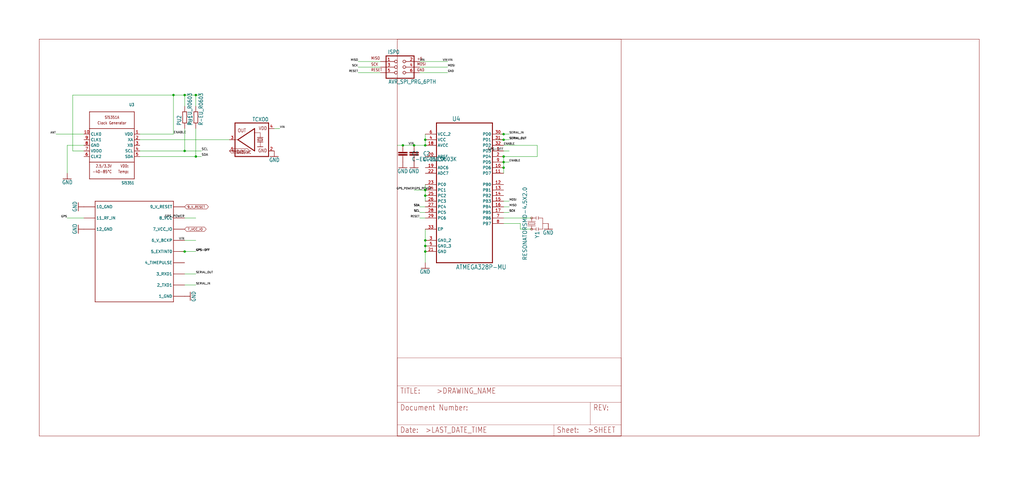
<source format=kicad_sch>
(kicad_sch (version 20211123) (generator eeschema)
  (paper "User" 464.82 218.491)
  (lib_symbols
    (symbol "ict_v361-xs-eagle-import:ATMEGA328P-MU"
      (property "Reference" "U" (at -5.6134 28.6766 0))
      (property "Value" "ATMEGA328P-MU" (at -3.9116 -38.6842 0))
      (symbol "ATMEGA328P-MU_1_0"
        (polyline (pts (xy -12.7 -35.56) (xy 12.7 -35.56)) (stroke (width 0.4064)))
        (polyline (pts (xy -12.7 27.94) (xy -12.7 -35.56)) (stroke (width 0.4064)))
        (polyline (pts (xy 12.7 -35.56) (xy 12.7 27.94)) (stroke (width 0.4064)))
        (polyline (pts (xy 12.7 27.94) (xy -12.7 27.94)) (stroke (width 0.4064)))
        (pin bidirectional line (at 17.78 15.24 180) (length 5.08) (name "PD3") (number "1"))
        (pin bidirectional line (at 17.78 7.62 180) (length 5.08) (name "PD6") (number "10"))
        (pin bidirectional line (at 17.78 5.08 180) (length 5.08) (name "PD7") (number "11"))
        (pin bidirectional line (at 17.78 0 180) (length 5.08) (name "PB0") (number "12"))
        (pin bidirectional line (at 17.78 -2.54 180) (length 5.08) (name "PB1") (number "13"))
        (pin bidirectional line (at 17.78 -5.08 180) (length 5.08) (name "PB2") (number "14"))
        (pin bidirectional line (at 17.78 -7.62 180) (length 5.08) (name "PB3") (number "15"))
        (pin bidirectional line (at 17.78 -10.16 180) (length 5.08) (name "PB4") (number "16"))
        (pin bidirectional line (at 17.78 -12.7 180) (length 5.08) (name "PB5") (number "17"))
        (pin power_in line (at -17.78 17.78 0) (length 5.08) (name "AVCC") (number "18"))
        (pin input line (at -17.78 7.62 0) (length 5.08) (name "ADC6") (number "19"))
        (pin bidirectional line (at 17.78 12.7 180) (length 5.08) (name "PD4") (number "2"))
        (pin input line (at -17.78 12.7 0) (length 5.08) (name "AREF") (number "20"))
        (pin passive line (at -17.78 -30.48 0) (length 5.08) (name "GND") (number "21"))
        (pin input line (at -17.78 5.08 0) (length 5.08) (name "ADC7") (number "22"))
        (pin bidirectional line (at -17.78 0 0) (length 5.08) (name "PC0") (number "23"))
        (pin bidirectional line (at -17.78 -2.54 0) (length 5.08) (name "PC1") (number "24"))
        (pin bidirectional line (at -17.78 -5.08 0) (length 5.08) (name "PC2") (number "25"))
        (pin bidirectional line (at -17.78 -7.62 0) (length 5.08) (name "PC3") (number "26"))
        (pin bidirectional line (at -17.78 -10.16 0) (length 5.08) (name "PC4") (number "27"))
        (pin bidirectional line (at -17.78 -12.7 0) (length 5.08) (name "PC5") (number "28"))
        (pin bidirectional line (at -17.78 -15.24 0) (length 5.08) (name "PC6") (number "29"))
        (pin passive line (at -17.78 -25.4 0) (length 5.08) (name "GND_2") (number "3"))
        (pin bidirectional line (at 17.78 22.86 180) (length 5.08) (name "PD0") (number "30"))
        (pin bidirectional line (at 17.78 20.32 180) (length 5.08) (name "PD1") (number "31"))
        (pin bidirectional line (at 17.78 17.78 180) (length 5.08) (name "PD2") (number "32"))
        (pin passive line (at -17.78 -20.32 0) (length 5.08) (name "EP") (number "33"))
        (pin power_in line (at -17.78 20.32 0) (length 5.08) (name "VCC") (number "4"))
        (pin passive line (at -17.78 -27.94 0) (length 5.08) (name "GND_3") (number "5"))
        (pin power_in line (at -17.78 22.86 0) (length 5.08) (name "VCC_2") (number "6"))
        (pin bidirectional line (at 17.78 -15.24 180) (length 5.08) (name "PB6") (number "7"))
        (pin bidirectional line (at 17.78 -17.78 180) (length 5.08) (name "PB7") (number "8"))
        (pin bidirectional line (at 17.78 10.16 180) (length 5.08) (name "PD5") (number "9"))
      )
    )
    (symbol "ict_v361-xs-eagle-import:AVR_SPI_PRG_6PTH"
      (property "Reference" "J" (at -4.318 5.842 0))
      (property "Value" "AVR_SPI_PRG_6PTH" (at -4.064 -7.62 0))
      (symbol "AVR_SPI_PRG_6PTH_1_0"
        (polyline (pts (xy -5.08 -5.08) (xy 7.62 -5.08)) (stroke (width 0.4064)))
        (polyline (pts (xy -5.08 5.08) (xy -5.08 -5.08)) (stroke (width 0.4064)))
        (polyline (pts (xy 7.62 -5.08) (xy 7.62 5.08)) (stroke (width 0.4064)))
        (polyline (pts (xy 7.62 5.08) (xy -5.08 5.08)) (stroke (width 0.4064)))
        (text "+5" (at 8.89 3.048 0) (effects (font (size 1.27 1.0795)) (justify left bottom)))
        (text "GND" (at 8.89 -2.032 0) (effects (font (size 1.27 1.0795)) (justify left bottom)))
        (text "MISO" (at -11.938 3.302 0) (effects (font (size 1.27 1.0795)) (justify left bottom)))
        (text "MOSI" (at 8.89 0.635 0) (effects (font (size 1.27 1.0795)) (justify left bottom)))
        (text "RESET" (at -11.938 -2.032 0) (effects (font (size 1.27 1.0795)) (justify left bottom)))
        (text "SCK" (at -11.938 0.508 0) (effects (font (size 1.27 1.0795)) (justify left bottom)))
        (pin passive inverted (at -7.62 2.54 0) (length 7.62) (name "1") (number "1"))
        (pin passive inverted (at 10.16 2.54 180) (length 7.62) (name "2") (number "2"))
        (pin passive inverted (at -7.62 0 0) (length 7.62) (name "3") (number "3"))
        (pin passive inverted (at 10.16 0 180) (length 7.62) (name "4") (number "4"))
        (pin passive inverted (at -7.62 -2.54 0) (length 7.62) (name "5") (number "5"))
        (pin passive inverted (at 10.16 -2.54 180) (length 7.62) (name "6") (number "6"))
      )
    )
    (symbol "ict_v361-xs-eagle-import:C-EUC0603K"
      (property "Reference" "C" (at 1.524 0.381 0))
      (property "Value" "C-EUC0603K" (at 1.524 -4.699 0))
      (symbol "C-EUC0603K_1_0"
        (rectangle (start -2.032 -2.032) (end 2.032 -1.524) (fill (type outline)))
        (rectangle (start -2.032 -1.016) (end 2.032 -0.508) (fill (type outline)))
        (polyline (pts (xy 0 -2.54) (xy 0 -2.032)) (stroke (width 0.1524)))
        (polyline (pts (xy 0 0) (xy 0 -0.508)) (stroke (width 0.1524)))
        (pin passive line (at 0 2.54 270) (length 2.54) (name "1") (number "1"))
        (pin passive line (at 0 -5.08 90) (length 2.54) (name "2") (number "2"))
      )
    )
    (symbol "ict_v361-xs-eagle-import:DINA4_L"
      (symbol "DINA4_L_0_0"
        (polyline (pts (xy 0 0) (xy 264.16 0) (xy 264.16 180.34) (xy 0 180.34) (xy 0 0)))
      )
      (symbol "DINA4_L_2_0"
        (polyline (pts (xy 0 0) (xy 0 5.08)) (stroke (width 0.1016)))
        (polyline (pts (xy 0 0) (xy 71.12 0)) (stroke (width 0.1016)))
        (polyline (pts (xy 0 5.08) (xy 0 15.24)) (stroke (width 0.1016)))
        (polyline (pts (xy 0 5.08) (xy 71.12 5.08)) (stroke (width 0.1016)))
        (polyline (pts (xy 0 15.24) (xy 0 22.86)) (stroke (width 0.1016)))
        (polyline (pts (xy 0 22.86) (xy 0 35.56)) (stroke (width 0.1016)))
        (polyline (pts (xy 0 22.86) (xy 101.6 22.86)) (stroke (width 0.1016)))
        (polyline (pts (xy 71.12 0) (xy 101.6 0)) (stroke (width 0.1016)))
        (polyline (pts (xy 71.12 5.08) (xy 71.12 0)) (stroke (width 0.1016)))
        (polyline (pts (xy 71.12 5.08) (xy 87.63 5.08)) (stroke (width 0.1016)))
        (polyline (pts (xy 87.63 5.08) (xy 101.6 5.08)) (stroke (width 0.1016)))
        (polyline (pts (xy 87.63 15.24) (xy 0 15.24)) (stroke (width 0.1016)))
        (polyline (pts (xy 87.63 15.24) (xy 87.63 5.08)) (stroke (width 0.1016)))
        (polyline (pts (xy 101.6 5.08) (xy 101.6 0)) (stroke (width 0.1016)))
        (polyline (pts (xy 101.6 15.24) (xy 87.63 15.24)) (stroke (width 0.1016)))
        (polyline (pts (xy 101.6 15.24) (xy 101.6 5.08)) (stroke (width 0.1016)))
        (polyline (pts (xy 101.6 22.86) (xy 101.6 15.24)) (stroke (width 0.1016)))
        (polyline (pts (xy 101.6 35.56) (xy 0 35.56)) (stroke (width 0.1016)))
        (polyline (pts (xy 101.6 35.56) (xy 101.6 22.86)) (stroke (width 0.1016)))
        (text ">DRAWING_NAME" (at 17.78 19.05 0) (effects (font (size 2.54 2.159)) (justify left bottom)))
        (text ">LAST_DATE_TIME" (at 12.7 1.27 0) (effects (font (size 2.54 2.159)) (justify left bottom)))
        (text ">SHEET" (at 86.36 1.27 0) (effects (font (size 2.54 2.159)) (justify left bottom)))
        (text "Date:" (at 1.27 1.27 0) (effects (font (size 2.54 2.159)) (justify left bottom)))
        (text "Document Number:" (at 1.27 11.43 0) (effects (font (size 2.54 2.159)) (justify left bottom)))
        (text "REV:" (at 88.9 11.43 0) (effects (font (size 2.54 2.159)) (justify left bottom)))
        (text "Sheet:" (at 72.39 1.27 0) (effects (font (size 2.54 2.159)) (justify left bottom)))
        (text "TITLE:" (at 1.27 19.05 0) (effects (font (size 2.54 2.159)) (justify left bottom)))
      )
    )
    (symbol "ict_v361-xs-eagle-import:GND" (power)
      (property "Value" "GND" (at -2.54 -2.54 0))
      (symbol "GND_1_0"
        (polyline (pts (xy -1.905 0) (xy 1.905 0)) (stroke (width 0.254)))
        (pin power_in line (at 0 2.54 270) (length 2.54) (name "GND") (number "1"))
      )
    )
    (symbol "ict_v361-xs-eagle-import:KXO-TCXO-CMOS-84"
      (property "Reference" "Q" (at -7.62 8.255 0))
      (symbol "KXO-TCXO-CMOS-84_1_0"
        (polyline (pts (xy -7.62 7.62) (xy -7.62 -7.62)) (stroke (width 0.4064)))
        (polyline (pts (xy -7.62 7.62) (xy 7.62 7.62)) (stroke (width 0.4064)))
        (polyline (pts (xy -5.08 -3.175) (xy -2.54 -3.175)) (stroke (width 0.254)))
        (polyline (pts (xy -5.08 -1.016) (xy -3.81 -1.016)) (stroke (width 0.254)))
        (polyline (pts (xy -5.08 1.016) (xy -2.54 1.016)) (stroke (width 0.254)))
        (polyline (pts (xy -4.826 -0.381) (xy -4.826 0.381)) (stroke (width 0.254)))
        (polyline (pts (xy -4.826 -0.381) (xy -2.794 -0.381)) (stroke (width 0.254)))
        (polyline (pts (xy -4.826 0.381) (xy -2.794 0.381)) (stroke (width 0.254)))
        (polyline (pts (xy -3.81 -3.175) (xy -3.81 -1.016)) (stroke (width 0.1524)))
        (polyline (pts (xy -3.81 -1.016) (xy -2.54 -1.016)) (stroke (width 0.254)))
        (polyline (pts (xy -3.81 1.016) (xy -3.81 3.175)) (stroke (width 0.1524)))
        (polyline (pts (xy -3.81 3.175) (xy -1.27 3.175)) (stroke (width 0.1524)))
        (polyline (pts (xy -2.794 0.381) (xy -2.794 -0.381)) (stroke (width 0.254)))
        (polyline (pts (xy -1.27 -5.08) (xy -1.27 3.175)) (stroke (width 0.4064)))
        (polyline (pts (xy -1.27 3.175) (xy -1.27 5.08)) (stroke (width 0.4064)))
        (polyline (pts (xy -1.27 5.08) (xy 6.35 0)) (stroke (width 0.4064)))
        (polyline (pts (xy 6.35 0) (xy -1.27 -5.08)) (stroke (width 0.4064)))
        (polyline (pts (xy 6.35 0) (xy 7.62 0)) (stroke (width 0.1524)))
        (polyline (pts (xy 7.62 -7.62) (xy -7.62 -7.62)) (stroke (width 0.4064)))
        (polyline (pts (xy 7.62 -7.62) (xy 7.62 0)) (stroke (width 0.4064)))
        (polyline (pts (xy 7.62 0) (xy 7.62 7.62)) (stroke (width 0.4064)))
        (text "GND" (at -6.985 -5.842 0) (effects (font (size 1.524 1.2954)) (justify left bottom)))
        (text "GND/NC" (at 6.985 -4.953 0) (effects (font (size 1.27 1.0795)) (justify right top)))
        (text "OUT" (at 2.54 3.302 0) (effects (font (size 1.524 1.2954)) (justify left bottom)))
        (text "VDD" (at -6.985 4.318 0) (effects (font (size 1.524 1.2954)) (justify left bottom)))
        (pin power_in line (at 10.16 -5.08 180) (length 2.54) (name "GND/NC") (number "1"))
        (pin power_in line (at -10.16 -5.08 0) (length 2.54) (name "GND") (number "2"))
        (pin output line (at 10.16 0 180) (length 2.54) (name "OUT") (number "3"))
        (pin power_in line (at -10.16 5.08 0) (length 2.54) (name "VDD") (number "4"))
      )
    )
    (symbol "ict_v361-xs-eagle-import:R-EU_R0603"
      (property "Reference" "R" (at -3.81 1.4986 0))
      (property "Value" "R-EU_R0603" (at -3.81 -3.302 0))
      (symbol "R-EU_R0603_1_0"
        (polyline (pts (xy -2.54 -0.889) (xy -2.54 0.889)) (stroke (width 0.254)))
        (polyline (pts (xy -2.54 -0.889) (xy 2.54 -0.889)) (stroke (width 0.254)))
        (polyline (pts (xy 2.54 -0.889) (xy 2.54 0.889)) (stroke (width 0.254)))
        (polyline (pts (xy 2.54 0.889) (xy -2.54 0.889)) (stroke (width 0.254)))
        (pin passive line (at -5.08 0 0) (length 2.54) (name "1") (number "1"))
        (pin passive line (at 5.08 0 180) (length 2.54) (name "2") (number "2"))
      )
    )
    (symbol "ict_v361-xs-eagle-import:RESONATORSMD-4.5X2.0"
      (property "Reference" "Y" (at -3.302 -2.54 0))
      (property "Value" "RESONATORSMD-4.5X2.0" (at 0 2.032 0))
      (symbol "RESONATORSMD-4.5X2.0_1_0"
        (circle (center -2.54 0) (radius 0.508))
        (polyline (pts (xy -2.54 -3.048) (xy -3.302 -3.048)) (stroke (width 0.1524)))
        (polyline (pts (xy -2.54 -3.048) (xy -2.54 -5.08)) (stroke (width 0.1524)))
        (polyline (pts (xy -2.54 -2.032) (xy -3.302 -2.032)) (stroke (width 0.1524)))
        (polyline (pts (xy -2.54 -2.032) (xy -2.54 0)) (stroke (width 0.1524)))
        (polyline (pts (xy -2.54 0) (xy -1.016 0)) (stroke (width 0.1524)))
        (polyline (pts (xy -1.778 -3.048) (xy -2.54 -3.048)) (stroke (width 0.1524)))
        (polyline (pts (xy -1.778 -2.032) (xy -2.54 -2.032)) (stroke (width 0.1524)))
        (polyline (pts (xy -1.016 0) (xy -1.016 -1.778)) (stroke (width 0.1524)))
        (polyline (pts (xy -1.016 1.778) (xy -1.016 0)) (stroke (width 0.1524)))
        (polyline (pts (xy -0.381 -1.524) (xy 0.381 -1.524)) (stroke (width 0.1524)))
        (polyline (pts (xy -0.381 1.524) (xy -0.381 -1.524)) (stroke (width 0.1524)))
        (polyline (pts (xy 0 -5.08) (xy -2.54 -5.08)) (stroke (width 0.1524)))
        (polyline (pts (xy 0 -5.08) (xy 0 -7.62)) (stroke (width 0.1524)))
        (polyline (pts (xy 0.381 -1.524) (xy 0.381 1.524)) (stroke (width 0.1524)))
        (polyline (pts (xy 0.381 1.524) (xy -0.381 1.524)) (stroke (width 0.1524)))
        (polyline (pts (xy 1.016 0) (xy 1.016 -1.778)) (stroke (width 0.1524)))
        (polyline (pts (xy 1.016 0) (xy 2.54 0)) (stroke (width 0.1524)))
        (polyline (pts (xy 1.016 1.778) (xy 1.016 0)) (stroke (width 0.1524)))
        (polyline (pts (xy 2.54 -5.08) (xy 0 -5.08)) (stroke (width 0.1524)))
        (polyline (pts (xy 2.54 -3.048) (xy 1.778 -3.048)) (stroke (width 0.1524)))
        (polyline (pts (xy 2.54 -3.048) (xy 2.54 -5.08)) (stroke (width 0.1524)))
        (polyline (pts (xy 2.54 -2.032) (xy 1.778 -2.032)) (stroke (width 0.1524)))
        (polyline (pts (xy 2.54 0) (xy 2.54 -2.032)) (stroke (width 0.1524)))
        (polyline (pts (xy 3.302 -3.048) (xy 2.54 -3.048)) (stroke (width 0.1524)))
        (polyline (pts (xy 3.302 -2.032) (xy 2.54 -2.032)) (stroke (width 0.1524)))
        (circle (center 2.54 0) (radius 0.508))
        (pin passive line (at -2.54 0 0) (length 0) (name "1") (number "1"))
        (pin passive line (at 0 -7.62 90) (length 0) (name "2") (number "2"))
        (pin passive line (at 2.54 0 180) (length 0) (name "3") (number "3"))
      )
    )
    (symbol "ict_v361-xs-eagle-import:SI5351A"
      (property "Reference" "U" (at -10.16 17.78 0))
      (property "Value" "SI5351A" (at -10.16 -17.78 0))
      (symbol "SI5351A_1_0"
        (polyline (pts (xy -10.16 -15.24) (xy 10.16 -15.24)) (stroke (width 0.254)))
        (polyline (pts (xy -10.16 -7.62) (xy -10.16 -15.24)) (stroke (width 0.254)))
        (polyline (pts (xy -10.16 -7.62) (xy -10.16 7.62)) (stroke (width 0.254)))
        (polyline (pts (xy -10.16 7.62) (xy -10.16 15.24)) (stroke (width 0.254)))
        (polyline (pts (xy -10.16 7.62) (xy 10.16 7.62)) (stroke (width 0.254)))
        (polyline (pts (xy -10.16 15.24) (xy 10.16 15.24)) (stroke (width 0.254)))
        (polyline (pts (xy 10.16 -15.24) (xy 10.16 -7.62)) (stroke (width 0.254)))
        (polyline (pts (xy 10.16 -7.62) (xy -10.16 -7.62)) (stroke (width 0.254)))
        (polyline (pts (xy 10.16 7.62) (xy 10.16 -7.62)) (stroke (width 0.254)))
        (polyline (pts (xy 10.16 15.24) (xy 10.16 7.62)) (stroke (width 0.254)))
        (text "-40-85°C" (at 0 -12.7 0) (effects (font (size 1.27 1.0795)) (justify left bottom)))
        (text "2.5/3.3V" (at 0 -10.16 0) (effects (font (size 1.27 1.0795)) (justify left bottom)))
        (text "Clock Generator" (at 0 10.16 0) (effects (font (size 1.27 1.0795))))
        (text "Si5351A" (at 0 12.7 0) (effects (font (size 1.27 1.0795))))
        (text "Temp:" (at -7.62 -12.7 0) (effects (font (size 1.27 1.0795)) (justify left bottom)))
        (text "VDD:" (at -7.62 -10.16 0) (effects (font (size 1.27 1.0795)) (justify left bottom)))
        (pin power_in line (at -12.7 5.08 0) (length 2.54) (name "VDD") (number "1"))
        (pin output line (at 12.7 5.08 180) (length 2.54) (name "CLK0") (number "10"))
        (pin input line (at -12.7 2.54 0) (length 2.54) (name "XA") (number "2"))
        (pin input line (at -12.7 0 0) (length 2.54) (name "XB") (number "3"))
        (pin input line (at -12.7 -2.54 0) (length 2.54) (name "SCL") (number "4"))
        (pin bidirectional line (at -12.7 -5.08 0) (length 2.54) (name "SDA") (number "5"))
        (pin output line (at 12.7 -5.08 180) (length 2.54) (name "CLK2") (number "6"))
        (pin power_in line (at 12.7 -2.54 180) (length 2.54) (name "VDDO") (number "7"))
        (pin power_in line (at 12.7 0 180) (length 2.54) (name "GND") (number "8"))
        (pin output line (at 12.7 2.54 180) (length 2.54) (name "CLK1") (number "9"))
      )
    )
    (symbol "ict_v361-xs-eagle-import:UBLOX_MAX"
      (symbol "UBLOX_MAX_1_0"
        (polyline (pts (xy -17.78 -27.94) (xy 17.78 -27.94)) (stroke (width 0.254)))
        (polyline (pts (xy -17.78 17.78) (xy -17.78 -27.94)) (stroke (width 0.254)))
        (polyline (pts (xy 17.78 -27.94) (xy 17.78 17.78)) (stroke (width 0.254)))
        (polyline (pts (xy 17.78 17.78) (xy -17.78 17.78)) (stroke (width 0.254)))
        (pin power_in line (at -22.86 15.24 0) (length 5.08) (name "10_GND") (number "10_GND"))
        (pin bidirectional line (at -22.86 10.16 0) (length 5.08) (name "11_RF_IN") (number "11_RF_IN"))
        (pin power_in line (at -22.86 5.08 0) (length 5.08) (name "12_GND") (number "12_GND"))
        (pin power_in line (at 22.86 -25.4 180) (length 5.08) (name "1_GND") (number "1_GND"))
        (pin bidirectional line (at 22.86 -20.32 180) (length 5.08) (name "2_TXD1") (number "2_TXD1"))
        (pin bidirectional line (at 22.86 -15.24 180) (length 5.08) (name "3_RXD1") (number "3_RXD1"))
        (pin bidirectional line (at 22.86 -10.16 180) (length 5.08) (name "4_TIMEPULSE") (number "4_TIMEPULSE"))
        (pin bidirectional line (at 22.86 -5.08 180) (length 5.08) (name "5_EXTINT0") (number "5_EXTINT0"))
        (pin bidirectional line (at 22.86 0 180) (length 5.08) (name "6_V_BCKP") (number "6_V_BCKP"))
        (pin power_in line (at 22.86 5.08 180) (length 5.08) (name "7_VCC_IO") (number "7_VCC_IO"))
        (pin power_in line (at 22.86 10.16 180) (length 5.08) (name "8_VCC") (number "8_VCC"))
        (pin power_in line (at 22.86 15.24 180) (length 5.08) (name "9_V_RESET") (number "9_V_RESET"))
      )
    )
  )
  (junction (at 193.04 66.04))
  (junction (at 88.9 71.12))
  (junction (at 182.88 66.04))
  (junction (at 193.04 63.5))
  (junction (at 193.04 109.22))
  (junction (at 228.6 63.5))
  (junction (at 193.04 86.36))
  (junction (at 228.6 73.66))
  (junction (at 193.04 111.76))
  (junction (at 193.04 88.9))
  (junction (at 187.96 66.04))
  (junction (at 88.9 43.18))
  (junction (at 83.82 68.58))
  (junction (at 228.6 76.2))
  (junction (at 83.82 114.3))
  (junction (at 78.74 43.18))
  (junction (at 228.6 60.96))
  (junction (at 83.82 43.18))
  (junction (at 193.04 114.3))
  (junction (at 228.6 71.12))
  (wire (pts (xy 228.6 99.06) (xy 241.3 99.06)))
  (wire (pts (xy 88.9 71.12) (xy 63.5 71.12)))
  (wire (pts (xy 172.72 27.94) (xy 162.56 27.94)))
  (wire (pts (xy 228.6 96.52) (xy 231.14 96.52)))
  (wire (pts (xy 187.96 86.36) (xy 193.04 86.36)))
  (wire (pts (xy 193.04 91.44) (xy 193.04 88.9)))
  (wire (pts (xy 187.96 66.04) (xy 193.04 66.04)))
  (wire (pts (xy 38.1 66.04) (xy 30.48 66.04)))
  (wire (pts (xy 124.46 58.42) (xy 127 58.42)))
  (wire (pts (xy 83.82 58.42) (xy 83.82 68.58)))
  (wire (pts (xy 83.82 43.18) (xy 78.74 43.18)))
  (wire (pts (xy 236.22 104.14) (xy 236.22 101.6)))
  (wire (pts (xy 172.72 33.02) (xy 162.56 33.02)))
  (wire (pts (xy 38.1 99.06) (xy 30.48 99.06)))
  (wire (pts (xy 228.6 63.5) (xy 231.14 63.5)))
  (wire (pts (xy 193.04 104.14) (xy 193.04 109.22)))
  (wire (pts (xy 182.88 66.04) (xy 187.96 66.04)))
  (wire (pts (xy 193.04 96.52) (xy 190.5 96.52)))
  (wire (pts (xy 78.74 43.18) (xy 78.74 60.96)))
  (wire (pts (xy 193.04 109.22) (xy 193.04 111.76)))
  (wire (pts (xy 30.48 66.04) (xy 30.48 78.74)))
  (wire (pts (xy 228.6 93.98) (xy 231.14 93.98)))
  (wire (pts (xy 88.9 43.18) (xy 91.44 43.18)))
  (wire (pts (xy 81.28 114.3) (xy 83.82 114.3)))
  (wire (pts (xy 33.02 43.18) (xy 78.74 43.18)))
  (wire (pts (xy 193.04 114.3) (xy 193.04 119.38)))
  (wire (pts (xy 83.82 124.46) (xy 88.9 124.46)))
  (wire (pts (xy 228.6 60.96) (xy 231.14 60.96)))
  (wire (pts (xy 83.82 48.26) (xy 83.82 43.18)))
  (wire (pts (xy 228.6 101.6) (xy 236.22 101.6)))
  (wire (pts (xy 193.04 83.82) (xy 193.04 86.36)))
  (wire (pts (xy 190.5 93.98) (xy 193.04 93.98)))
  (wire (pts (xy 83.82 114.3) (xy 88.9 114.3)))
  (wire (pts (xy 193.04 66.04) (xy 193.04 63.5)))
  (wire (pts (xy 78.74 60.96) (xy 63.5 60.96)))
  (wire (pts (xy 243.84 66.04) (xy 228.6 66.04)))
  (wire (pts (xy 104.14 63.5) (xy 63.5 63.5)))
  (wire (pts (xy 83.82 109.22) (xy 88.9 109.22)))
  (wire (pts (xy 25.4 60.96) (xy 38.1 60.96)))
  (wire (pts (xy 88.9 58.42) (xy 88.9 71.12)))
  (wire (pts (xy 228.6 71.12) (xy 228.6 73.66)))
  (wire (pts (xy 91.44 71.12) (xy 88.9 71.12)))
  (wire (pts (xy 193.04 99.06) (xy 190.5 99.06)))
  (wire (pts (xy 83.82 99.06) (xy 88.9 99.06)))
  (wire (pts (xy 241.3 104.14) (xy 236.22 104.14)))
  (wire (pts (xy 33.02 68.58) (xy 33.02 43.18)))
  (wire (pts (xy 193.04 111.76) (xy 193.04 114.3)))
  (wire (pts (xy 172.72 30.48) (xy 162.56 30.48)))
  (wire (pts (xy 190.5 30.48) (xy 203.2 30.48)))
  (wire (pts (xy 228.6 73.66) (xy 228.6 76.2)))
  (wire (pts (xy 88.9 48.26) (xy 88.9 43.18)))
  (wire (pts (xy 180.34 66.04) (xy 182.88 66.04)))
  (wire (pts (xy 243.84 71.12) (xy 243.84 66.04)))
  (wire (pts (xy 193.04 63.5) (xy 193.04 60.96)))
  (wire (pts (xy 91.44 68.58) (xy 83.82 68.58)))
  (wire (pts (xy 226.06 63.5) (xy 228.6 63.5)))
  (wire (pts (xy 83.82 68.58) (xy 63.5 68.58)))
  (wire (pts (xy 38.1 68.58) (xy 33.02 68.58)))
  (wire (pts (xy 190.5 33.02) (xy 203.2 33.02)))
  (wire (pts (xy 228.6 71.12) (xy 243.84 71.12)))
  (wire (pts (xy 88.9 43.18) (xy 83.82 43.18)))
  (wire (pts (xy 228.6 91.44) (xy 231.14 91.44)))
  (wire (pts (xy 190.5 27.94) (xy 203.2 27.94)))
  (wire (pts (xy 226.06 60.96) (xy 228.6 60.96)))
  (wire (pts (xy 83.82 129.54) (xy 88.9 129.54)))
  (wire (pts (xy 228.6 76.2) (xy 228.6 78.74)))
  (wire (pts (xy 228.6 68.58) (xy 231.14 68.58)))
  (wire (pts (xy 228.6 73.66) (xy 231.14 73.66)))
  (wire (pts (xy 193.04 88.9) (xy 193.04 86.36)))
  (label "GPS_POWER" (at 187.96 86.36 180) (effects (font (size 0.889 0.889))))
  (label "SDA" (at 190.5 93.98 180) (effects (font (size 0.889 0.889))))
  (label "MISO" (at 231.14 93.98 0) (effects (font (size 0.889 0.889))))
  (label "MISO" (at 162.56 27.94 180) (effects (font (size 0.889 0.889))))
  (label "SCL" (at 91.44 68.58 0) (effects (font (size 1.016 1.016))))
  (label "VIN" (at 203.2 27.94 0) (effects (font (size 0.889 0.889))))
  (label "GPS_POWER" (at 83.82 99.06 180) (effects (font (size 1.016 1.016))))
  (label "SCL" (at 190.5 96.52 180) (effects (font (size 0.889 0.889))))
  (label "SERIAL_IN" (at 231.14 60.96 0) (effects (font (size 0.889 0.889))))
  (label "VIN" (at 127 58.42 0) (effects (font (size 0.889 0.889))))
  (label "SERIAL_IN" (at 88.9 129.54 0) (effects (font (size 0.889 0.889))))
  (label "ANT" (at 25.4 60.96 180) (effects (font (size 0.889 0.889))))
  (label "SDA" (at 91.44 71.12 0) (effects (font (size 1.016 1.016))))
  (label "ENABLE" (at 228.6 66.04 0) (effects (font (size 0.889 0.889))))
  (label "VIN" (at 187.96 66.04 180) (effects (font (size 1.016 1.016))))
  (label "RESET" (at 190.5 99.06 180) (effects (font (size 0.889 0.889))))
  (label "GND" (at 203.2 33.02 0) (effects (font (size 0.889 0.889))))
  (label "GPS" (at 30.48 99.06 180) (effects (font (size 0.889 0.889))))
  (label "SCK" (at 162.56 30.48 180) (effects (font (size 0.889 0.889))))
  (label "SERIAL_OUT" (at 231.14 63.5 0) (effects (font (size 0.889 0.889))))
  (label "GPS-OFF" (at 88.9 114.3 0) (effects (font (size 0.889 0.889))))
  (label "VIN" (at 83.82 109.22 180) (effects (font (size 1.016 1.016))))
  (label "GPS-OFF" (at 88.9 114.3 0) (effects (font (size 0.889 0.889))))
  (label "GPS_POWER" (at 187.96 86.36 0) (effects (font (size 0.889 0.889))))
  (label "ENABLE" (at 231.14 73.66 0) (effects (font (size 0.889 0.889))))
  (label "RESET" (at 162.56 33.02 180) (effects (font (size 0.889 0.889))))
  (label "ENABLE" (at 78.74 60.96 0) (effects (font (size 1.016 1.016))))
  (label "GPS-OFF" (at 228.6 68.58 180) (effects (font (size 1.016 1.016))))
  (label "SCL" (at 190.5 96.52 180) (effects (font (size 0.889 0.889))))
  (label "SCK" (at 231.14 96.52 0) (effects (font (size 0.889 0.889))))
  (label "SERIAL_OUT" (at 231.14 63.5 0) (effects (font (size 0.889 0.889))))
  (label "SCK" (at 231.14 96.52 0) (effects (font (size 0.889 0.889))))
  (label "SERIAL_OUT" (at 88.9 124.46 0) (effects (font (size 0.889 0.889))))
  (label "SDA" (at 190.5 93.98 180) (effects (font (size 0.889 0.889))))
  (label "VIN" (at 203.2 27.94 180) (effects (font (size 0.889 0.889))))
  (label "MOSI" (at 231.14 91.44 0) (effects (font (size 0.889 0.889))))
  (label "VIN" (at 190.5 27.94 0) (effects (font (size 0.889 0.889))))
  (label "MOSI" (at 203.2 30.48 0) (effects (font (size 0.889 0.889))))
  (global_label "GND/NC" (shape bidirectional) (at 104.14 68.58 0) (effects (font (size 1.016 1.016))) (property "Intersheet References" "${INTERSHEET_REFS}" (effects hide)))
  (global_label "9_V_RESET" (shape bidirectional) (at 83.82 93.98 0) (effects (font (size 1.016 1.016))) (property "Intersheet References" "${INTERSHEET_REFS}" (effects hide)))
  (global_label "7_VCC_IO" (shape bidirectional) (at 83.82 104.14 0) (effects (font (size 1.016 1.016))) (property "Intersheet References" "${INTERSHEET_REFS}" (effects hide)))
  (symbol (lib_id "ict_v361-xs-eagle-import:DINA4_L") (at 180.34 198.12 0) (unit 2)
    (property "Reference" "#FRAME1" (effects hide))
    (property "Value" "DINA4_L" (effects hide))
    (property "Footprint" "ict_v361-xs:" (effects hide))
  )
  (symbol (lib_id "ict_v361-xs-eagle-import:C-EUC0603K") (at 187.96 68.58 0) (unit 1)
    (property "Reference" "C2" (at 192.024 70.739 0) (effects (font (size 1.778 1.5113)) (justify left bottom)))
    (property "Value" "C-EUC0603K" (at 192.024 73.279 0) (effects (font (size 1.778 1.5113)) (justify left bottom)))
    (property "Footprint" "ict_v361-xs:C0603K" (effects hide))
  )
  (symbol (lib_id "ict_v361-xs-eagle-import:GND") (at 35.56 104.14 270) (unit 1)
    (property "Reference" "#GND3" (effects hide))
    (property "Value" "GND" (at 33.02 101.6 0) (effects (font (size 1.778 1.5113)) (justify left bottom)))
    (property "Footprint" "ict_v361-xs:" (effects hide))
  )
  (symbol (lib_id "ict_v361-xs-eagle-import:GND") (at 86.36 134.62 90) (unit 1)
    (property "Reference" "#GND1" (effects hide))
    (property "Value" "GND" (at 88.9 137.16 0) (effects (font (size 1.778 1.5113)) (justify left bottom)))
    (property "Footprint" "ict_v361-xs:" (effects hide))
  )
  (symbol (lib_id "ict_v361-xs-eagle-import:AVR_SPI_PRG_6PTH") (at 180.34 30.48 0) (unit 1)
    (property "Reference" "ISP0" (at 176.022 24.638 0) (effects (font (size 1.778 1.5113)) (justify left bottom)))
    (property "Value" "AVR_SPI_PRG_6PTH" (at 176.276 38.1 0) (effects (font (size 1.778 1.5113)) (justify left bottom)))
    (property "Footprint" "ict_v361-xs:2X3" (effects hide))
  )
  (symbol (lib_id "ict_v361-xs-eagle-import:KXO-TCXO-CMOS-84") (at 114.3 63.5 0) (mirror y) (unit 1)
    (property "Reference" "TCXO0" (at 121.92 55.245 0) (effects (font (size 1.778 1.5113)) (justify left bottom)))
    (property "Value" "KXO-TCXO-CMOS-84" (effects hide))
    (property "Footprint" "ict_v361-xs:3.2X2.5_KXO-84-TCXO" (effects hide))
  )
  (symbol (lib_id "ict_v361-xs-eagle-import:RESONATORSMD-4.5X2.0") (at 241.3 101.6 90) (unit 1)
    (property "Reference" "Y1" (at 243.84 104.902 0) (effects (font (size 1.778 1.778)) (justify right)))
    (property "Value" "RESONATORSMD-4.5X2.0" (at 239.268 101.6 0) (effects (font (size 1.778 1.778)) (justify bottom)))
    (property "Footprint" "ict_v361-xs:RESONATOR-SMD-4.5X2.0" (effects hide))
  )
  (symbol (lib_id "ict_v361-xs-eagle-import:ATMEGA328P-MU") (at 210.82 83.82 0) (unit 1)
    (property "Reference" "U4" (at 205.2066 55.1434 0) (effects (font (size 2.0828 1.7703)) (justify left bottom)))
    (property "Value" "ATMEGA328P-MU" (at 206.9084 122.5042 0) (effects (font (size 2.0828 1.7703)) (justify left bottom)))
    (property "Footprint" "ict_v361-xs:QFN50P500X500X100-33N" (effects hide))
  )
  (symbol (lib_id "ict_v361-xs-eagle-import:C-EUC0603K") (at 182.88 68.58 0) (unit 1)
    (property "Reference" "C1" (at 186.944 70.739 0) (effects (font (size 1.778 1.5113)) (justify left bottom)))
    (property "Value" "C-EUC0603K" (at 186.944 73.279 0) (effects (font (size 1.778 1.5113)) (justify left bottom)))
    (property "Footprint" "ict_v361-xs:C0603K" (effects hide))
  )
  (symbol (lib_id "ict_v361-xs-eagle-import:SI5351A") (at 50.8 66.04 0) (mirror y) (unit 1)
    (property "Reference" "U3" (at 60.96 48.26 0) (effects (font (size 1.27 1.0795)) (justify left bottom)))
    (property "Value" "Si5351" (at 60.96 83.82 0) (effects (font (size 1.27 1.0795)) (justify left bottom)))
    (property "Footprint" "ict_v361-xs:MSOP10" (effects hide))
  )
  (symbol (lib_id "ict_v361-xs-eagle-import:R-EU_R0603") (at 88.9 53.34 90) (unit 1)
    (property "Reference" "PU1" (at 87.4014 57.15 0) (effects (font (size 1.778 1.5113)) (justify left bottom)))
    (property "Value" "R-EU_R0603" (at 92.202 57.15 0) (effects (font (size 1.778 1.5113)) (justify left bottom)))
    (property "Footprint" "ict_v361-xs:R0603" (effects hide))
  )
  (symbol (lib_id "ict_v361-xs-eagle-import:GND") (at 248.92 104.14 0) (unit 1)
    (property "Reference" "#GND10" (effects hide))
    (property "Value" "GND" (at 246.38 106.68 0) (effects (font (size 1.778 1.5113)) (justify left bottom)))
    (property "Footprint" "ict_v361-xs:" (effects hide))
  )
  (symbol (lib_id "ict_v361-xs-eagle-import:GND") (at 193.04 121.92 0) (unit 1)
    (property "Reference" "#GND9" (effects hide))
    (property "Value" "GND" (at 190.5 124.46 0) (effects (font (size 1.778 1.5113)) (justify left bottom)))
    (property "Footprint" "ict_v361-xs:" (effects hide))
  )
  (symbol (lib_id "ict_v361-xs-eagle-import:GND") (at 182.88 76.2 0) (unit 1)
    (property "Reference" "#GND2" (effects hide))
    (property "Value" "GND" (at 180.34 78.74 0) (effects (font (size 1.778 1.5113)) (justify left bottom)))
    (property "Footprint" "ict_v361-xs:" (effects hide))
  )
  (symbol (lib_id "ict_v361-xs-eagle-import:GND") (at 187.96 76.2 0) (unit 1)
    (property "Reference" "#GND11" (effects hide))
    (property "Value" "GND" (at 185.42 78.74 0) (effects (font (size 1.778 1.5113)) (justify left bottom)))
    (property "Footprint" "ict_v361-xs:" (effects hide))
  )
  (symbol (lib_id "ict_v361-xs-eagle-import:UBLOX_MAX") (at 60.96 109.22 0) (unit 1)
    (property "Reference" "U$2" (effects hide))
    (property "Value" "UBLOX_MAX" (effects hide))
    (property "Footprint" "ict_v361-xs:UBLOX_MAX" (effects hide))
  )
  (symbol (lib_id "ict_v361-xs-eagle-import:GND") (at 124.46 71.12 0) (mirror y) (unit 1)
    (property "Reference" "#GND21" (effects hide))
    (property "Value" "GND" (at 127 73.66 0) (effects (font (size 1.778 1.5113)) (justify left bottom)))
    (property "Footprint" "ict_v361-xs:" (effects hide))
  )
  (symbol (lib_id "ict_v361-xs-eagle-import:GND") (at 30.48 81.28 0) (mirror y) (unit 1)
    (property "Reference" "#GND4" (effects hide))
    (property "Value" "GND" (at 33.02 83.82 0) (effects (font (size 1.778 1.5113)) (justify left bottom)))
    (property "Footprint" "ict_v361-xs:" (effects hide))
  )
  (symbol (lib_id "ict_v361-xs-eagle-import:DINA4_L") (at 17.78 198.12 0) (unit 1)
    (property "Reference" "#FRAME1" (effects hide))
    (property "Value" "DINA4_L" (effects hide))
    (property "Footprint" "ict_v361-xs:" (effects hide))
  )
  (symbol (lib_id "ict_v361-xs-eagle-import:GND") (at 35.56 93.98 270) (unit 1)
    (property "Reference" "#GND7" (effects hide))
    (property "Value" "GND" (at 33.02 91.44 0) (effects (font (size 1.778 1.5113)) (justify left bottom)))
    (property "Footprint" "ict_v361-xs:" (effects hide))
  )
  (symbol (lib_id "ict_v361-xs-eagle-import:R-EU_R0603") (at 83.82 53.34 90) (unit 1)
    (property "Reference" "PU2" (at 82.3214 57.15 0) (effects (font (size 1.778 1.5113)) (justify left bottom)))
    (property "Value" "R-EU_R0603" (at 87.122 57.15 0) (effects (font (size 1.778 1.5113)) (justify left bottom)))
    (property "Footprint" "ict_v361-xs:R0603" (effects hide))
  )
)
</source>
